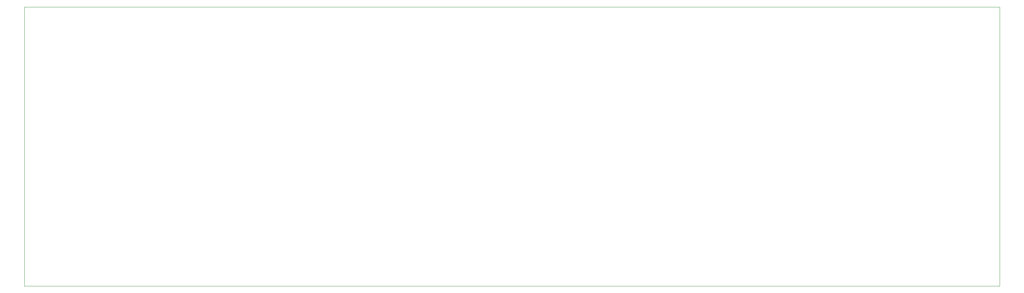
<source format=gbr>
%TF.GenerationSoftware,KiCad,Pcbnew,9.0.0*%
%TF.CreationDate,2025-03-13T12:01:59+01:00*%
%TF.ProjectId,chessboard_pcb,63686573-7362-46f6-9172-645f7063622e,rev?*%
%TF.SameCoordinates,Original*%
%TF.FileFunction,Profile,NP*%
%FSLAX46Y46*%
G04 Gerber Fmt 4.6, Leading zero omitted, Abs format (unit mm)*
G04 Created by KiCad (PCBNEW 9.0.0) date 2025-03-13 12:01:59*
%MOMM*%
%LPD*%
G01*
G04 APERTURE LIST*
%TA.AperFunction,Profile*%
%ADD10C,0.050000*%
%TD*%
G04 APERTURE END LIST*
D10*
X31000000Y-53000000D02*
X278500000Y-53000000D01*
X278500000Y-124000000D01*
X31000000Y-124000000D01*
X31000000Y-53000000D01*
M02*

</source>
